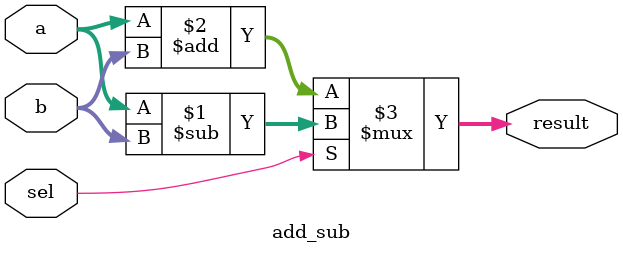
<source format=v>
module add_sub(a, b, sel, result);
input[31:0] a, b;
input sel;
output[31:0] result;
assign result = (sel) ? a - b : a + b;
endmodule
</source>
